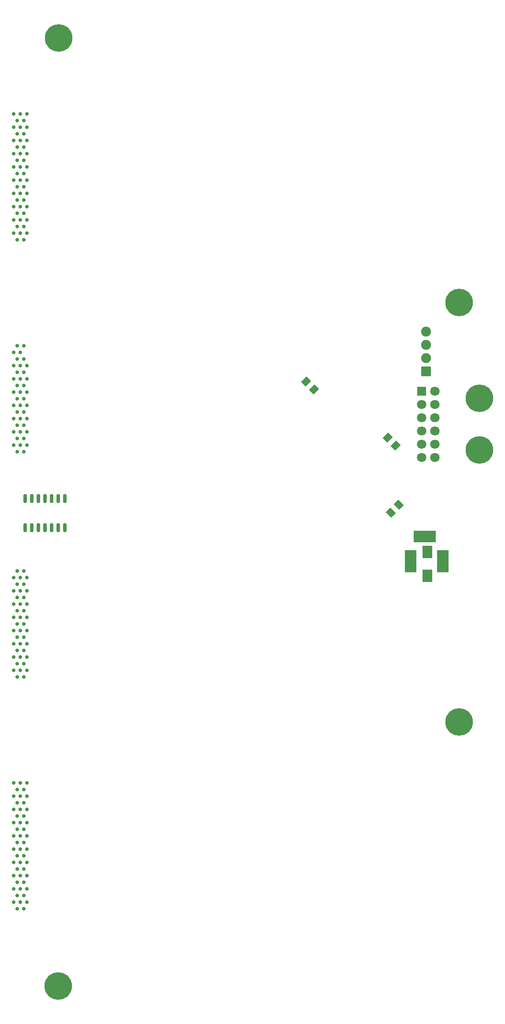
<source format=gbs>
G04*
G04 #@! TF.GenerationSoftware,Altium Limited,Altium Designer,18.1.9 (240)*
G04*
G04 Layer_Color=16711935*
%FSLAX25Y25*%
%MOIN*%
G70*
G01*
G75*
%ADD62O,0.02559X0.07087*%
G04:AMPARAMS|DCode=64|XSize=48mil|YSize=58mil|CornerRadius=0mil|HoleSize=0mil|Usage=FLASHONLY|Rotation=225.000|XOffset=0mil|YOffset=0mil|HoleType=Round|Shape=Rectangle|*
%AMROTATEDRECTD64*
4,1,4,-0.00354,0.03748,0.03748,-0.00354,0.00354,-0.03748,-0.03748,0.00354,-0.00354,0.03748,0.0*
%
%ADD64ROTATEDRECTD64*%

G04:AMPARAMS|DCode=75|XSize=48mil|YSize=58mil|CornerRadius=0mil|HoleSize=0mil|Usage=FLASHONLY|Rotation=315.000|XOffset=0mil|YOffset=0mil|HoleType=Round|Shape=Rectangle|*
%AMROTATEDRECTD75*
4,1,4,-0.03748,-0.00354,0.00354,0.03748,0.03748,0.00354,-0.00354,-0.03748,-0.03748,-0.00354,0.0*
%
%ADD75ROTATEDRECTD75*%

%ADD81C,0.20800*%
%ADD82R,0.07099X0.07099*%
%ADD83C,0.07099*%
%ADD84R,0.08674X0.16548*%
%ADD85R,0.16548X0.08674*%
%ADD86R,0.07493X0.07493*%
%ADD87C,0.07493*%
%ADD88C,0.02800*%
%ADD120R,0.07690X0.09461*%
D62*
X106100Y397600D02*
D03*
X101100D02*
D03*
X96100D02*
D03*
X91100D02*
D03*
X86100D02*
D03*
X81100D02*
D03*
X76100D02*
D03*
X76100Y419800D02*
D03*
X106100D02*
D03*
X101100D02*
D03*
X96100D02*
D03*
X91100D02*
D03*
X86100D02*
D03*
X81100D02*
D03*
D64*
X352252Y409108D02*
D03*
X358262Y415118D02*
D03*
D75*
X350052Y465729D02*
D03*
X356062Y459718D02*
D03*
X288262Y508218D02*
D03*
X294273Y502208D02*
D03*
D81*
X419363Y456430D02*
D03*
X403862Y567818D02*
D03*
X403962Y251018D02*
D03*
X101100Y51900D02*
D03*
X101400Y767400D02*
D03*
X419363Y495406D02*
D03*
D82*
X375662Y500918D02*
D03*
D83*
X385662D02*
D03*
X375662Y490918D02*
D03*
X385662D02*
D03*
X375662Y480918D02*
D03*
X385662D02*
D03*
X375662Y470918D02*
D03*
X385662D02*
D03*
X375662Y460918D02*
D03*
X385662D02*
D03*
X375662Y450918D02*
D03*
X385662D02*
D03*
D84*
X367353Y372518D02*
D03*
X391762D02*
D03*
D85*
X377983Y391022D02*
D03*
D86*
X378962Y515618D02*
D03*
D87*
Y525618D02*
D03*
Y535618D02*
D03*
Y545618D02*
D03*
D88*
X77500Y205000D02*
D03*
X75000Y200000D02*
D03*
X77500Y195000D02*
D03*
X75000Y190000D02*
D03*
X77500Y185000D02*
D03*
X75000Y180000D02*
D03*
X77500Y175000D02*
D03*
X75000Y170000D02*
D03*
X77500Y165000D02*
D03*
X75000Y160000D02*
D03*
X77500Y155000D02*
D03*
X75000Y150000D02*
D03*
X77500Y145000D02*
D03*
X75000Y140000D02*
D03*
X77500Y135000D02*
D03*
X75000Y130000D02*
D03*
X77500Y125000D02*
D03*
X75000Y120000D02*
D03*
X77500Y115000D02*
D03*
X75000Y110000D02*
D03*
X72500Y205000D02*
D03*
X70000Y200000D02*
D03*
X72500Y195000D02*
D03*
X70000Y190000D02*
D03*
X72500Y185000D02*
D03*
X70000Y180000D02*
D03*
X72500Y175000D02*
D03*
X70000Y170000D02*
D03*
X72500Y165000D02*
D03*
X70000Y160000D02*
D03*
X72500Y155000D02*
D03*
X70000Y150000D02*
D03*
X72500Y145000D02*
D03*
X70000Y140000D02*
D03*
X72500Y135000D02*
D03*
X70000Y130000D02*
D03*
X72500Y125000D02*
D03*
X70000Y120000D02*
D03*
X72500Y115000D02*
D03*
X70000Y110000D02*
D03*
X67500Y205000D02*
D03*
Y195000D02*
D03*
Y185000D02*
D03*
Y175000D02*
D03*
Y165000D02*
D03*
Y155000D02*
D03*
Y145000D02*
D03*
Y135000D02*
D03*
Y125000D02*
D03*
Y115000D02*
D03*
X77500Y710000D02*
D03*
X75000Y705000D02*
D03*
X77500Y700000D02*
D03*
X75000Y695000D02*
D03*
X77500Y690000D02*
D03*
X75000Y685000D02*
D03*
X77500Y680000D02*
D03*
X75000Y675000D02*
D03*
X77500Y670000D02*
D03*
X75000Y665000D02*
D03*
X77500Y660000D02*
D03*
X75000Y655000D02*
D03*
X77500Y650000D02*
D03*
X75000Y645000D02*
D03*
X77500Y640000D02*
D03*
X75000Y635000D02*
D03*
X77500Y630000D02*
D03*
X75000Y625000D02*
D03*
X77500Y620000D02*
D03*
X75000Y615000D02*
D03*
X72500Y710000D02*
D03*
X70000Y705000D02*
D03*
X72500Y700000D02*
D03*
X70000Y695000D02*
D03*
X72500Y690000D02*
D03*
X70000Y685000D02*
D03*
X72500Y680000D02*
D03*
X70000Y675000D02*
D03*
X72500Y670000D02*
D03*
X70000Y665000D02*
D03*
X72500Y660000D02*
D03*
X70000Y655000D02*
D03*
X72500Y650000D02*
D03*
X70000Y645000D02*
D03*
X72500Y640000D02*
D03*
X70000Y635000D02*
D03*
X72500Y630000D02*
D03*
X70000Y625000D02*
D03*
X72500Y620000D02*
D03*
X70000Y615000D02*
D03*
X67500Y710000D02*
D03*
Y700000D02*
D03*
Y690000D02*
D03*
Y680000D02*
D03*
Y670000D02*
D03*
Y660000D02*
D03*
Y650000D02*
D03*
Y640000D02*
D03*
Y630000D02*
D03*
Y620000D02*
D03*
X75000Y365000D02*
D03*
X77500Y360000D02*
D03*
X75000Y355000D02*
D03*
X77500Y350000D02*
D03*
X75000Y345000D02*
D03*
X77500Y340000D02*
D03*
X75000Y335000D02*
D03*
X77500Y330000D02*
D03*
X75000Y325000D02*
D03*
X77500Y320000D02*
D03*
X75000Y315000D02*
D03*
X77500Y310000D02*
D03*
X75000Y305000D02*
D03*
X77500Y300000D02*
D03*
X75000Y295000D02*
D03*
X77500Y290000D02*
D03*
X75000Y285000D02*
D03*
X70000Y365000D02*
D03*
X72500Y360000D02*
D03*
X70000Y355000D02*
D03*
X72500Y350000D02*
D03*
X70000Y345000D02*
D03*
X72500Y340000D02*
D03*
X70000Y335000D02*
D03*
X72500Y330000D02*
D03*
X70000Y325000D02*
D03*
X72500Y320000D02*
D03*
X70000Y315000D02*
D03*
X72500Y310000D02*
D03*
X70000Y305000D02*
D03*
X72500Y300000D02*
D03*
X70000Y295000D02*
D03*
X72500Y290000D02*
D03*
X70000Y285000D02*
D03*
X67500Y360000D02*
D03*
Y350000D02*
D03*
Y340000D02*
D03*
Y330000D02*
D03*
Y320000D02*
D03*
Y310000D02*
D03*
Y300000D02*
D03*
Y290000D02*
D03*
X75000Y535000D02*
D03*
Y525000D02*
D03*
X77500Y520000D02*
D03*
X75000Y515000D02*
D03*
X77500Y510000D02*
D03*
X75000Y505000D02*
D03*
X77500Y500000D02*
D03*
X75000Y495000D02*
D03*
X77500Y490000D02*
D03*
X75000Y485000D02*
D03*
X77500Y480000D02*
D03*
X75000Y475000D02*
D03*
X77500Y470000D02*
D03*
X75000Y465000D02*
D03*
X77500Y460000D02*
D03*
X75000Y455000D02*
D03*
X70000Y535000D02*
D03*
X72500Y530000D02*
D03*
X70000Y525000D02*
D03*
X72500Y520000D02*
D03*
X70000Y515000D02*
D03*
X72500Y510000D02*
D03*
X70000Y505000D02*
D03*
X72500Y500000D02*
D03*
X70000Y495000D02*
D03*
X72500Y490000D02*
D03*
X70000Y485000D02*
D03*
X72500Y480000D02*
D03*
X70000Y475000D02*
D03*
X72500Y470000D02*
D03*
X70000Y465000D02*
D03*
X72500Y460000D02*
D03*
X70000Y455000D02*
D03*
X67500Y530000D02*
D03*
Y520000D02*
D03*
Y510000D02*
D03*
Y500000D02*
D03*
Y490000D02*
D03*
Y480000D02*
D03*
Y470000D02*
D03*
Y460000D02*
D03*
D120*
X380062Y361463D02*
D03*
Y379573D02*
D03*
M02*

</source>
